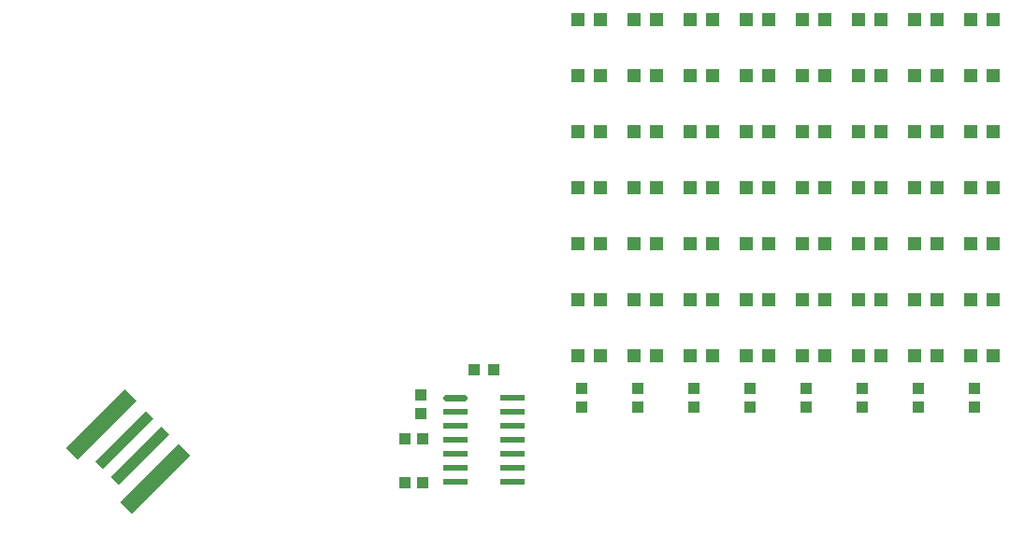
<source format=gbr>
G04 EAGLE Gerber RS-274X export*
G75*
%MOMM*%
%FSLAX34Y34*%
%LPD*%
%INStencil*%
%IPPOS*%
%AMOC8*
5,1,8,0,0,1.08239X$1,22.5*%
G01*
%ADD10R,1.050000X1.080000*%
%ADD11R,7.500000X1.500000*%
%ADD12R,6.500000X1.000000*%
%ADD13R,1.200000X1.200000*%
%ADD14R,1.100000X1.000000*%
%ADD15R,1.000000X1.000000*%
%ADD16C,0.609600*%
%ADD17R,2.209800X0.609600*%


D10*
X391300Y152400D03*
X408800Y152400D03*
D11*
G36*
X134654Y74550D02*
X81622Y21518D01*
X71016Y32124D01*
X124048Y85156D01*
X134654Y74550D01*
G37*
D12*
G36*
X115208Y93995D02*
X69247Y48034D01*
X62176Y55105D01*
X108137Y101066D01*
X115208Y93995D01*
G37*
G36*
X101066Y108137D02*
X55105Y62176D01*
X48034Y69247D01*
X93995Y115208D01*
X101066Y108137D01*
G37*
D11*
G36*
X85156Y124048D02*
X32124Y71016D01*
X21518Y81622D01*
X74550Y134654D01*
X85156Y124048D01*
G37*
D13*
X505800Y469900D03*
X484800Y469900D03*
X556600Y419100D03*
X535600Y419100D03*
X607400Y419100D03*
X586400Y419100D03*
X658200Y419100D03*
X637200Y419100D03*
X709000Y419100D03*
X688000Y419100D03*
X759800Y419100D03*
X738800Y419100D03*
X810600Y419100D03*
X789600Y419100D03*
X861400Y419100D03*
X840400Y419100D03*
X505800Y368300D03*
X484800Y368300D03*
X556600Y368300D03*
X535600Y368300D03*
X607400Y368300D03*
X586400Y368300D03*
X556600Y469900D03*
X535600Y469900D03*
X658200Y368300D03*
X637200Y368300D03*
X709000Y368300D03*
X688000Y368300D03*
X759800Y368300D03*
X738800Y368300D03*
X810600Y368300D03*
X789600Y368300D03*
X861400Y368300D03*
X840400Y368300D03*
X505800Y317500D03*
X484800Y317500D03*
X556600Y317500D03*
X535600Y317500D03*
X607400Y317500D03*
X586400Y317500D03*
X658200Y317500D03*
X637200Y317500D03*
X709000Y317500D03*
X688000Y317500D03*
X607400Y469900D03*
X586400Y469900D03*
X759800Y317500D03*
X738800Y317500D03*
X810600Y317500D03*
X789600Y317500D03*
X861400Y317500D03*
X840400Y317500D03*
X505800Y266700D03*
X484800Y266700D03*
X556600Y266700D03*
X535600Y266700D03*
X607400Y266700D03*
X586400Y266700D03*
X658200Y266700D03*
X637200Y266700D03*
X709000Y266700D03*
X688000Y266700D03*
X759800Y266700D03*
X738800Y266700D03*
X810600Y266700D03*
X789600Y266700D03*
X658200Y469900D03*
X637200Y469900D03*
X861400Y266700D03*
X840400Y266700D03*
X505800Y215900D03*
X484800Y215900D03*
X556600Y215900D03*
X535600Y215900D03*
X607400Y215900D03*
X586400Y215900D03*
X658200Y215900D03*
X637200Y215900D03*
X709000Y215900D03*
X688000Y215900D03*
X759800Y215900D03*
X738800Y215900D03*
X810600Y215900D03*
X789600Y215900D03*
X861400Y215900D03*
X840400Y215900D03*
X505800Y165100D03*
X484800Y165100D03*
X709000Y469900D03*
X688000Y469900D03*
X556600Y165100D03*
X535600Y165100D03*
X607400Y165100D03*
X586400Y165100D03*
X658200Y165100D03*
X637200Y165100D03*
X709000Y165100D03*
X688000Y165100D03*
X759800Y165100D03*
X738800Y165100D03*
X810600Y165100D03*
X789600Y165100D03*
X861400Y165100D03*
X840400Y165100D03*
X759800Y469900D03*
X738800Y469900D03*
X810600Y469900D03*
X789600Y469900D03*
X861400Y469900D03*
X840400Y469900D03*
X505800Y419100D03*
X484800Y419100D03*
D14*
X342900Y112150D03*
X342900Y129150D03*
X488950Y118500D03*
X488950Y135500D03*
X539750Y118500D03*
X539750Y135500D03*
X590550Y118500D03*
X590550Y135500D03*
X641350Y118500D03*
X641350Y135500D03*
X692150Y118500D03*
X692150Y135500D03*
X742950Y118500D03*
X742950Y135500D03*
X793750Y118500D03*
X793750Y135500D03*
X844550Y118500D03*
X844550Y135500D03*
D15*
X344550Y49850D03*
X328550Y49850D03*
X328550Y89850D03*
X344550Y89850D03*
D16*
X366014Y127000D02*
X382016Y127000D01*
D17*
X426085Y127000D03*
X374015Y114300D03*
X374015Y101600D03*
X426085Y114300D03*
X426085Y101600D03*
X374015Y88900D03*
X426085Y88900D03*
X374015Y76200D03*
X374015Y63500D03*
X426085Y76200D03*
X426085Y63500D03*
X374015Y50800D03*
X426085Y50800D03*
M02*

</source>
